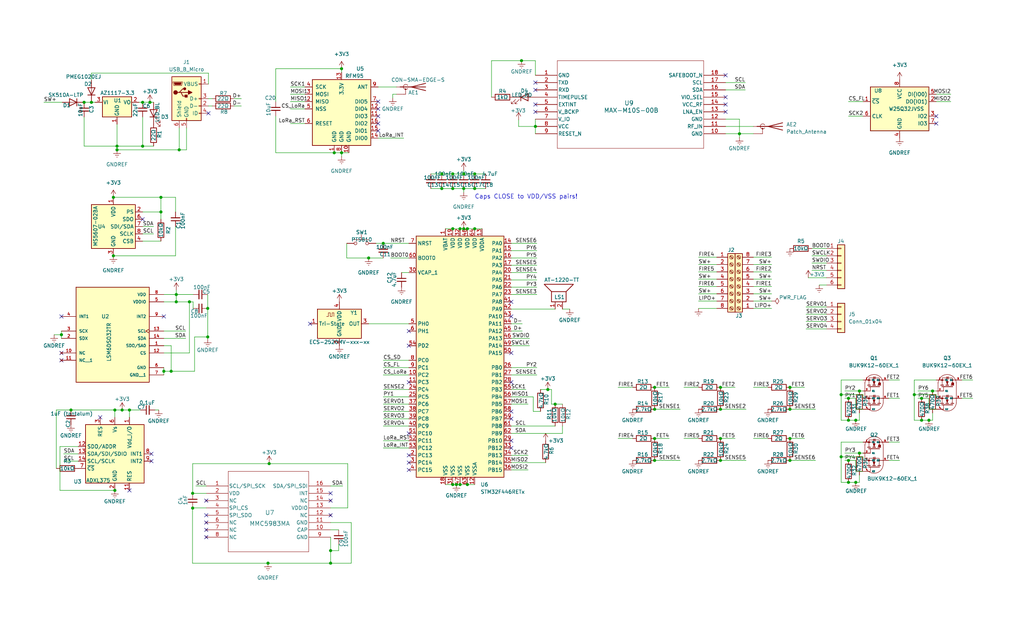
<source format=kicad_sch>
(kicad_sch (version 20230121) (generator eeschema)
  (paper "USLegal")
  (title_block (title "WINTER Avionics Computer") (date "2023-05-10") (rev "3") (company "SparrowTheNerd"))
  (junction (at 162.306 79.502))
  (junction (at 62.23 52.07))
  (junction (at 274.32 142.24))
  (junction (at 114.808 191.3636))
  (junction (at 250.19 160.02))
  (junction (at 29.21 35.56))
  (junction (at 133.096 84.582))
  (junction (at 24.638 142.494))
  (junction (at 294.64 167.64))
  (junction (at 227.33 160.02))
  (junction (at 39.878 142.494))
  (junction (at 317.5 137.16))
  (junction (at 274.32 160.02))
  (junction (at 294.64 138.43))
  (junction (at 93.472 161.1376))
  (junction (at 61.214 102.362))
  (junction (at 42.418 142.494))
  (junction (at 294.64 146.05))
  (junction (at 55.88 68.58))
  (junction (at 153.416 65.532))
  (junction (at 153.416 60.452))
  (junction (at 157.226 60.452))
  (junction (at 250.19 142.24))
  (junction (at 157.226 79.502))
  (junction (at 66.9036 176.5808))
  (junction (at 274.32 134.62))
  (junction (at 21.336 116.332))
  (junction (at 161.036 65.532))
  (junction (at 297.18 146.05))
  (junction (at 161.036 60.452))
  (junction (at 298.45 135.89))
  (junction (at 40.64 50.8))
  (junction (at 93.0656 195.7324))
  (junction (at 190.246 135.382))
  (junction (at 164.846 79.502))
  (junction (at 39.878 170.434))
  (junction (at 66.9036 171.45))
  (junction (at 227.33 152.4))
  (junction (at 292.1 137.16))
  (junction (at 250.19 134.62))
  (junction (at 250.19 152.4))
  (junction (at 118.618 53.086))
  (junction (at 227.33 134.62))
  (junction (at 116.078 53.086))
  (junction (at 159.766 79.502))
  (junction (at 49.53 50.8))
  (junction (at 157.226 65.532))
  (junction (at 61.214 104.902))
  (junction (at 294.64 160.02))
  (junction (at 158.496 168.402))
  (junction (at 320.04 146.05))
  (junction (at 31.75 35.56))
  (junction (at 297.18 167.64))
  (junction (at 39.37 68.58))
  (junction (at 55.88 73.66))
  (junction (at 118.618 23.876))
  (junction (at 59.436 129.032))
  (junction (at 44.958 142.494))
  (junction (at 164.846 65.532))
  (junction (at 65.786 104.902))
  (junction (at 114.808 195.7324))
  (junction (at 72.136 117.094))
  (junction (at 323.85 135.89))
  (junction (at 72.136 107.188))
  (junction (at 181.102 21.082))
  (junction (at 52.07 35.56))
  (junction (at 192.786 140.462))
  (junction (at 227.33 142.24))
  (junction (at 298.45 157.48))
  (junction (at 159.766 168.402))
  (junction (at 39.37 88.9))
  (junction (at 157.226 168.402))
  (junction (at 164.846 60.452))
  (junction (at 49.53 35.56))
  (junction (at 162.306 168.402))
  (junction (at 128.016 89.662))
  (junction (at 161.036 79.502))
  (junction (at 256.794 46.482))
  (junction (at 274.32 152.4))
  (junction (at 185.928 43.942))
  (junction (at 56.896 129.032))
  (junction (at 320.04 138.43))
  (junction (at 292.1 158.75))
  (junction (at 40.64 52.07))
  (junction (at 322.58 146.05))
  (no_connect (at 177.546 104.902))
  (no_connect (at 49.53 76.2))
  (no_connect (at 72.39 39.37))
  (no_connect (at 141.986 163.322))
  (no_connect (at 185.928 28.702))
  (no_connect (at 185.928 31.242))
  (no_connect (at 177.546 145.542))
  (no_connect (at 141.986 160.782))
  (no_connect (at 21.336 109.982))
  (no_connect (at 251.968 36.322))
  (no_connect (at 141.986 132.842))
  (no_connect (at 71.628 173.99))
  (no_connect (at 177.546 122.682))
  (no_connect (at 21.336 122.682))
  (no_connect (at 34.798 145.034))
  (no_connect (at 56.896 109.982))
  (no_connect (at 44.958 170.434))
  (no_connect (at 325.12 42.926))
  (no_connect (at 325.12 40.386))
  (no_connect (at 185.928 36.322))
  (no_connect (at 21.336 125.222))
  (no_connect (at 114.808 179.07))
  (no_connect (at 177.546 109.982))
  (no_connect (at 131.318 40.386))
  (no_connect (at 131.318 42.926))
  (no_connect (at 131.318 45.466))
  (no_connect (at 131.318 35.306))
  (no_connect (at 131.318 37.846))
  (no_connect (at 177.546 153.162))
  (no_connect (at 177.546 143.002))
  (no_connect (at 141.986 120.142))
  (no_connect (at 114.808 173.99))
  (no_connect (at 71.628 184.15))
  (no_connect (at 71.628 186.69))
  (no_connect (at 71.628 181.61))
  (no_connect (at 114.808 171.45))
  (no_connect (at 177.546 155.702))
  (no_connect (at 52.578 160.274))
  (no_connect (at 177.546 132.842))
  (no_connect (at 52.578 157.734))
  (no_connect (at 141.986 115.062))
  (no_connect (at 185.928 38.862))
  (no_connect (at 251.968 38.862))
  (no_connect (at 141.986 158.242))
  (no_connect (at 107.696 112.522))
  (no_connect (at 71.628 179.07))
  (no_connect (at 251.968 26.162))
  (no_connect (at 251.968 33.782))
  (no_connect (at 141.986 150.622))
  (wire (pts (xy 161.036 65.532) (xy 164.846 65.532)))
  (wire (pts (xy 177.546 92.202) (xy 186.436 92.202)))
  (wire (pts (xy 292.1 137.16) (xy 292.1 146.05)))
  (wire (pts (xy 261.62 94.488) (xy 267.97 94.488)))
  (wire (pts (xy 157.226 60.452) (xy 161.036 60.452)))
  (wire (pts (xy 279.908 109.22) (xy 287.02 109.22)))
  (wire (pts (xy 72.39 36.83) (xy 73.66 36.83)))
  (wire (pts (xy 227.33 160.02) (xy 236.22 160.02)))
  (wire (pts (xy 308.61 160.02) (xy 312.42 160.02)))
  (wire (pts (xy 39.37 68.58) (xy 55.88 68.58)))
  (wire (pts (xy 66.9036 176.53) (xy 66.9036 176.5808)))
  (wire (pts (xy 180.086 41.656) (xy 180.086 43.942)))
  (wire (pts (xy 250.19 142.24) (xy 259.08 142.24)))
  (wire (pts (xy 93.472 161.036) (xy 93.472 161.1376)))
  (wire (pts (xy 157.226 65.532) (xy 161.036 65.532)))
  (wire (pts (xy 154.686 79.502) (xy 157.226 79.502)))
  (wire (pts (xy 177.546 158.242) (xy 183.388 158.242)))
  (wire (pts (xy 56.896 127.762) (xy 56.896 129.032)))
  (wire (pts (xy 214.63 134.62) (xy 219.71 134.62)))
  (wire (pts (xy 293.37 135.89) (xy 298.45 135.89)))
  (wire (pts (xy 21.336 116.332) (xy 21.336 117.602)))
  (wire (pts (xy 128.016 112.522) (xy 141.986 112.522)))
  (wire (pts (xy 133.096 155.702) (xy 141.986 155.702)))
  (wire (pts (xy 93.0656 195.7324) (xy 66.8528 195.7324)))
  (wire (pts (xy 157.226 79.502) (xy 159.766 79.502)))
  (wire (pts (xy 298.45 157.48) (xy 299.72 157.48)))
  (wire (pts (xy 187.706 135.382) (xy 190.246 135.382)))
  (wire (pts (xy 72.39 34.29) (xy 73.66 34.29)))
  (wire (pts (xy 133.096 140.462) (xy 141.986 140.462)))
  (wire (pts (xy 181.102 21.082) (xy 170.688 21.082)))
  (wire (pts (xy 227.33 134.62) (xy 232.41 134.62)))
  (wire (pts (xy 256.794 47.752) (xy 256.794 46.482)))
  (wire (pts (xy 261.62 99.568) (xy 267.97 99.568)))
  (wire (pts (xy 191.516 140.462) (xy 191.516 135.382)))
  (wire (pts (xy 177.546 140.462) (xy 183.388 140.462)))
  (wire (pts (xy 298.45 135.89) (xy 299.72 135.89)))
  (wire (pts (xy 61.214 104.902) (xy 65.786 104.902)))
  (wire (pts (xy 59.436 129.032) (xy 56.896 129.032)))
  (wire (pts (xy 44.958 142.494) (xy 48.768 142.494)))
  (wire (pts (xy 308.61 138.43) (xy 312.42 138.43)))
  (wire (pts (xy 59.436 120.142) (xy 59.436 129.032)))
  (wire (pts (xy 20.828 170.434) (xy 39.878 170.434)))
  (wire (pts (xy 294.64 40.386) (xy 299.72 40.386)))
  (wire (pts (xy 292.1 153.67) (xy 292.1 158.75)))
  (wire (pts (xy 55.118 142.494) (xy 53.848 142.494)))
  (wire (pts (xy 185.928 41.402) (xy 185.928 43.942)))
  (wire (pts (xy 114.808 168.91) (xy 119.0244 168.91)))
  (wire (pts (xy 299.72 160.02) (xy 299.72 158.75)))
  (wire (pts (xy 177.546 160.782) (xy 189.484 160.782)))
  (wire (pts (xy 95.758 53.086) (xy 116.078 53.086)))
  (wire (pts (xy 21.336 115.062) (xy 21.336 116.332)))
  (wire (pts (xy 159.766 79.502) (xy 161.036 79.502)))
  (wire (pts (xy 133.096 127.762) (xy 141.986 127.762)))
  (wire (pts (xy 95.758 40.386) (xy 95.758 53.086)))
  (wire (pts (xy 161.036 60.452) (xy 164.846 60.452)))
  (wire (pts (xy 114.808 195.7324) (xy 93.0656 195.7324)))
  (wire (pts (xy 256.794 46.482) (xy 261.62 46.482)))
  (wire (pts (xy 44.958 142.494) (xy 42.418 142.494)))
  (wire (pts (xy 261.62 104.648) (xy 267.97 104.648)))
  (wire (pts (xy 299.72 158.75) (xy 292.1 158.75)))
  (wire (pts (xy 56.896 122.682) (xy 65.786 122.682)))
  (wire (pts (xy 133.096 148.082) (xy 141.986 148.082)))
  (wire (pts (xy 139.446 94.742) (xy 141.986 94.742)))
  (wire (pts (xy 325.12 137.16) (xy 317.5 137.16)))
  (wire (pts (xy 177.546 148.082) (xy 192.786 148.082)))
  (wire (pts (xy 22.098 157.734) (xy 27.178 157.734)))
  (wire (pts (xy 185.166 143.002) (xy 185.166 137.922)))
  (wire (pts (xy 114.808 184.15) (xy 117.602 184.15)))
  (wire (pts (xy 31.75 35.56) (xy 33.02 35.56)))
  (wire (pts (xy 261.62 91.948) (xy 267.97 91.948)))
  (wire (pts (xy 322.58 142.24) (xy 322.58 138.43)))
  (wire (pts (xy 281.94 86.36) (xy 287.02 86.36)))
  (wire (pts (xy 294.64 146.05) (xy 297.18 146.05)))
  (wire (pts (xy 318.77 138.43) (xy 320.04 138.43)))
  (wire (pts (xy 308.61 132.08) (xy 312.42 132.08)))
  (wire (pts (xy 279.908 106.68) (xy 287.02 106.68)))
  (wire (pts (xy 133.096 84.582) (xy 141.986 84.582)))
  (wire (pts (xy 261.62 134.62) (xy 266.7 134.62)))
  (wire (pts (xy 49.53 83.82) (xy 55.88 83.82)))
  (wire (pts (xy 114.808 181.61) (xy 121.9708 181.61)))
  (wire (pts (xy 67.056 104.902) (xy 67.056 107.188)))
  (wire (pts (xy 299.72 138.43) (xy 299.72 137.16)))
  (wire (pts (xy 299.72 142.24) (xy 297.18 142.24)))
  (wire (pts (xy 60.96 88.9) (xy 39.37 88.9)))
  (wire (pts (xy 299.72 153.67) (xy 292.1 153.67)))
  (wire (pts (xy 120.7516 176.53) (xy 114.808 176.53)))
  (wire (pts (xy 114.808 191.3636) (xy 114.808 195.7324)))
  (wire (pts (xy 187.706 143.002) (xy 185.166 143.002)))
  (wire (pts (xy 292.1 132.08) (xy 292.1 137.16)))
  (wire (pts (xy 261.62 102.108) (xy 267.97 102.108)))
  (wire (pts (xy 274.32 134.62) (xy 279.4 134.62)))
  (wire (pts (xy 274.32 142.24) (xy 283.21 142.24)))
  (wire (pts (xy 66.8528 176.4792) (xy 67.056 176.4792)))
  (wire (pts (xy 131.318 48.006) (xy 140.208 48.006)))
  (wire (pts (xy 308.61 153.67) (xy 312.42 153.67)))
  (wire (pts (xy 133.096 153.162) (xy 141.986 153.162)))
  (wire (pts (xy 242.57 99.568) (xy 248.92 99.568)))
  (wire (pts (xy 68.0063 168.9086) (xy 71.628 168.91)))
  (wire (pts (xy 62.23 52.07) (xy 64.77 52.07)))
  (wire (pts (xy 242.57 94.488) (xy 248.92 94.488)))
  (wire (pts (xy 29.21 35.56) (xy 31.75 35.56)))
  (wire (pts (xy 72.136 117.094) (xy 72.136 117.856)))
  (wire (pts (xy 40.64 50.8) (xy 40.64 52.07)))
  (wire (pts (xy 137.668 32.766) (xy 136.398 32.766)))
  (wire (pts (xy 294.64 160.02) (xy 297.18 160.02)))
  (wire (pts (xy 67.564 117.094) (xy 72.136 117.094)))
  (wire (pts (xy 39.878 145.034) (xy 39.878 142.494)))
  (wire (pts (xy 60.96 68.58) (xy 55.88 68.58)))
  (wire (pts (xy 318.77 135.89) (xy 323.85 135.89)))
  (wire (pts (xy 177.546 84.582) (xy 186.436 84.582)))
  (wire (pts (xy 334.01 138.43) (xy 337.82 138.43)))
  (wire (pts (xy 177.546 97.282) (xy 186.436 97.282)))
  (wire (pts (xy 177.546 112.522) (xy 181.356 112.522)))
  (wire (pts (xy 261.62 89.408) (xy 267.97 89.408)))
  (wire (pts (xy 31.75 25.4) (xy 31.75 27.94)))
  (wire (pts (xy 242.57 104.648) (xy 248.92 104.648)))
  (wire (pts (xy 56.896 104.902) (xy 61.214 104.902)))
  (wire (pts (xy 251.968 43.942) (xy 261.62 43.942)))
  (wire (pts (xy 133.096 125.222) (xy 141.986 125.222)))
  (wire (pts (xy 325.12 35.306) (xy 330.2 35.306)))
  (wire (pts (xy 261.62 97.028) (xy 267.97 97.028)))
  (wire (pts (xy 39.878 142.494) (xy 24.638 142.494)))
  (wire (pts (xy 49.53 81.28) (xy 53.34 81.28)))
  (wire (pts (xy 55.88 76.2) (xy 55.88 73.66)))
  (wire (pts (xy 149.606 65.532) (xy 153.416 65.532)))
  (wire (pts (xy 293.37 160.02) (xy 294.64 160.02)))
  (wire (pts (xy 49.53 40.64) (xy 49.53 50.8)))
  (wire (pts (xy 292.1 158.75) (xy 292.1 167.64)))
  (wire (pts (xy 66.9036 171.45) (xy 66.9036 171.5008)))
  (wire (pts (xy 72.136 102.362) (xy 72.136 107.188)))
  (wire (pts (xy 292.1 167.64) (xy 294.64 167.64)))
  (wire (pts (xy 48.26 35.56) (xy 49.53 35.56)))
  (wire (pts (xy 177.546 94.742) (xy 186.436 94.742)))
  (wire (pts (xy 114.808 186.69) (xy 114.808 191.3636)))
  (wire (pts (xy 181.102 21.082) (xy 185.928 21.082)))
  (wire (pts (xy 22.098 160.274) (xy 27.178 160.274)))
  (wire (pts (xy 177.546 102.362) (xy 186.436 102.362)))
  (wire (pts (xy 177.546 163.322) (xy 183.388 163.322)))
  (wire (pts (xy 159.766 168.402) (xy 162.306 168.402)))
  (wire (pts (xy 279.908 111.76) (xy 287.02 111.76)))
  (wire (pts (xy 118.618 54.356) (xy 118.618 53.086)))
  (wire (pts (xy 72.39 29.21) (xy 72.39 25.4)))
  (wire (pts (xy 294.64 138.43) (xy 297.18 138.43)))
  (wire (pts (xy 67.564 129.032) (xy 67.564 117.094)))
  (wire (pts (xy 100.838 37.846) (xy 105.918 37.846)))
  (wire (pts (xy 177.546 150.622) (xy 195.326 150.622)))
  (wire (pts (xy 284.48 99.06) (xy 287.02 99.06)))
  (wire (pts (xy 60.96 78.74) (xy 60.96 88.9)))
  (wire (pts (xy 294.64 35.306) (xy 299.72 35.306)))
  (wire (pts (xy 274.32 160.02) (xy 283.21 160.02)))
  (wire (pts (xy 153.416 60.452) (xy 157.226 60.452)))
  (wire (pts (xy 117.602 191.3636) (xy 114.808 191.3636)))
  (wire (pts (xy 177.546 99.822) (xy 186.436 99.822)))
  (wire (pts (xy 62.23 52.07) (xy 62.23 44.45)))
  (wire (pts (xy 66.9036 171.45) (xy 66.9036 161.1376)))
  (wire (pts (xy 242.57 107.188) (xy 248.92 107.188)))
  (wire (pts (xy 120.7516 161.1376) (xy 120.7516 176.53)))
  (wire (pts (xy 320.04 146.05) (xy 322.58 146.05)))
  (wire (pts (xy 56.896 129.032) (xy 56.896 130.302)))
  (wire (pts (xy 195.326 148.082) (xy 195.326 150.622)))
  (wire (pts (xy 66.9036 161.1376) (xy 93.472 161.1376)))
  (wire (pts (xy 250.19 152.4) (xy 255.27 152.4)))
  (wire (pts (xy 177.546 89.662) (xy 186.436 89.662)))
  (wire (pts (xy 294.64 167.64) (xy 297.18 167.64)))
  (wire (pts (xy 297.18 163.83) (xy 297.18 160.02)))
  (wire (pts (xy 65.786 122.682) (xy 65.786 104.902)))
  (wire (pts (xy 161.036 65.532) (xy 161.036 66.802)))
  (wire (pts (xy 281.94 91.44) (xy 287.02 91.44)))
  (wire (pts (xy 317.5 132.08) (xy 317.5 137.16)))
  (wire (pts (xy 29.21 40.64) (xy 29.21 50.8)))
  (wire (pts (xy 293.37 157.48) (xy 298.45 157.48)))
  (wire (pts (xy 251.968 28.702) (xy 258.826 28.702)))
  (wire (pts (xy 15.24 35.56) (xy 21.59 35.56)))
  (wire (pts (xy 18.796 116.332) (xy 21.336 116.332)))
  (wire (pts (xy 59.436 129.032) (xy 67.564 129.032)))
  (wire (pts (xy 261.62 152.4) (xy 266.7 152.4)))
  (wire (pts (xy 242.57 91.948) (xy 248.92 91.948)))
  (wire (pts (xy 56.896 102.362) (xy 61.214 102.362)))
  (wire (pts (xy 67.056 176.5808) (xy 66.9036 176.5808)))
  (wire (pts (xy 19.558 142.494) (xy 19.558 162.814)))
  (wire (pts (xy 162.306 79.502) (xy 164.846 79.502)))
  (wire (pts (xy 61.214 100.838) (xy 61.214 102.362)))
  (wire (pts (xy 67.056 176.4792) (xy 67.056 176.5808)))
  (wire (pts (xy 121.9708 195.7324) (xy 114.808 195.7324)))
  (wire (pts (xy 81.28 36.83) (xy 83.82 36.83)))
  (wire (pts (xy 116.078 53.086) (xy 118.618 53.086)))
  (wire (pts (xy 298.45 165.1) (xy 298.45 167.64)))
  (wire (pts (xy 334.01 132.08) (xy 337.82 132.08)))
  (wire (pts (xy 227.33 152.4) (xy 232.41 152.4)))
  (wire (pts (xy 185.928 43.942) (xy 180.086 43.942)))
  (wire (pts (xy 56.896 120.142) (xy 59.436 120.142)))
  (wire (pts (xy 133.096 145.542) (xy 141.986 145.542)))
  (wire (pts (xy 280.67 96.52) (xy 287.02 96.52)))
  (wire (pts (xy 185.928 26.162) (xy 185.928 21.082)))
  (wire (pts (xy 100.838 32.766) (xy 105.918 32.766)))
  (wire (pts (xy 131.318 30.226) (xy 137.668 30.226)))
  (wire (pts (xy 118.618 23.876) (xy 118.618 25.146)))
  (wire (pts (xy 281.94 88.9) (xy 287.02 88.9)))
  (wire (pts (xy 157.226 168.402) (xy 158.496 168.402)))
  (wire (pts (xy 44.958 145.034) (xy 44.958 142.494)))
  (wire (pts (xy 162.306 168.402) (xy 164.846 168.402)))
  (wire (pts (xy 299.72 132.08) (xy 292.1 132.08)))
  (wire (pts (xy 322.58 146.05) (xy 323.85 146.05)))
  (wire (pts (xy 153.416 65.532) (xy 157.226 65.532)))
  (wire (pts (xy 237.49 134.62) (xy 242.57 134.62)))
  (wire (pts (xy 323.85 143.51) (xy 323.85 146.05)))
  (wire (pts (xy 227.33 142.24) (xy 236.22 142.24)))
  (wire (pts (xy 100.838 35.306) (xy 105.918 35.306)))
  (wire (pts (xy 323.85 135.89) (xy 325.12 135.89)))
  (wire (pts (xy 120.396 89.662) (xy 128.016 89.662)))
  (wire (pts (xy 297.18 167.64) (xy 298.45 167.64)))
  (wire (pts (xy 141.986 137.922) (xy 133.096 137.922)))
  (wire (pts (xy 299.72 137.16) (xy 292.1 137.16)))
  (wire (pts (xy 177.546 117.602) (xy 183.896 117.602)))
  (wire (pts (xy 293.37 138.43) (xy 294.64 138.43)))
  (wire (pts (xy 135.636 89.662) (xy 141.986 89.662)))
  (wire (pts (xy 279.908 114.3) (xy 287.02 114.3)))
  (wire (pts (xy 64.77 52.07) (xy 64.77 44.45)))
  (wire (pts (xy 130.556 84.582) (xy 133.096 84.582)))
  (wire (pts (xy 192.786 140.462) (xy 191.516 140.462)))
  (wire (pts (xy 117.602 189.23) (xy 117.602 191.3636)))
  (wire (pts (xy 95.758 35.306) (xy 95.758 23.876)))
  (wire (pts (xy 49.53 78.74) (xy 53.34 78.74)))
  (wire (pts (xy 177.546 137.922) (xy 185.166 137.922)))
  (wire (pts (xy 154.686 168.402) (xy 157.226 168.402)))
  (wire (pts (xy 71.628 176.53) (xy 66.9036 176.53)))
  (wire (pts (xy 242.57 89.408) (xy 248.92 89.408)))
  (wire (pts (xy 170.688 21.082) (xy 170.688 33.782)))
  (wire (pts (xy 177.546 130.302) (xy 186.436 130.302)))
  (wire (pts (xy 250.19 160.02) (xy 259.08 160.02)))
  (wire (pts (xy 299.72 163.83) (xy 297.18 163.83)))
  (wire (pts (xy 256.794 41.402) (xy 256.794 46.482)))
  (wire (pts (xy 27.178 155.194) (xy 20.828 155.194)))
  (wire (pts (xy 100.838 42.926) (xy 105.918 42.926)))
  (wire (pts (xy 161.036 79.502) (xy 162.306 79.502)))
  (wire (pts (xy 133.096 130.302) (xy 141.986 130.302)))
  (wire (pts (xy 185.928 43.942) (xy 185.928 46.482)))
  (wire (pts (xy 141.986 135.382) (xy 133.096 135.382)))
  (wire (pts (xy 250.19 134.62) (xy 255.27 134.62)))
  (wire (pts (xy 29.21 50.8) (xy 40.64 50.8)))
  (wire (pts (xy 40.64 50.8) (xy 40.64 43.18)))
  (wire (pts (xy 128.016 89.662) (xy 133.096 89.662)))
  (wire (pts (xy 40.64 50.8) (xy 49.53 50.8)))
  (wire (pts (xy 133.096 143.002) (xy 141.986 143.002)))
  (wire (pts (xy 297.18 146.05) (xy 298.45 146.05)))
  (wire (pts (xy 136.398 32.766) (xy 136.398 34.036)))
  (wire (pts (xy 149.606 60.452) (xy 153.416 60.452)))
  (wire (pts (xy 81.28 34.29) (xy 83.82 34.29)))
  (wire (pts (xy 49.53 35.56) (xy 52.07 35.56)))
  (wire (pts (xy 61.214 102.362) (xy 61.214 104.902)))
  (wire (pts (xy 177.546 135.382) (xy 182.626 135.382)))
  (wire (pts (xy 120.396 84.582) (xy 120.396 89.662)))
  (wire (pts (xy 95.758 23.876) (xy 118.618 23.876)))
  (wire (pts (xy 66.8528 195.7324) (xy 66.8528 176.4792)))
  (wire (pts (xy 177.546 115.062) (xy 181.356 115.062)))
  (wire (pts (xy 195.326 140.462) (xy 192.786 140.462)))
  (wire (pts (xy 242.57 97.028) (xy 248.92 97.028)))
  (wire (pts (xy 56.896 117.602) (xy 64.516 117.602)))
  (wire (pts (xy 274.32 152.4) (xy 279.4 152.4)))
  (wire (pts (xy 317.5 137.16) (xy 317.5 146.05)))
  (wire (pts (xy 72.136 107.188) (xy 72.136 117.094)))
  (wire (pts (xy 24.638 142.494) (xy 19.558 142.494)))
  (wire (pts (xy 325.12 132.08) (xy 317.5 132.08)))
  (wire (pts (xy 65.786 104.902) (xy 67.056 104.902)))
  (wire (pts (xy 164.846 79.502) (xy 167.386 79.502)))
  (wire (pts (xy 164.846 65.532) (xy 168.656 65.532)))
  (wire (pts (xy 177.546 87.122) (xy 186.436 87.122)))
  (wire (pts (xy 20.828 155.194) (xy 20.828 170.434)))
  (wire (pts (xy 251.968 46.482) (xy 256.794 46.482)))
  (wire (pts (xy 121.9708 181.61) (xy 121.9708 195.7324)))
  (wire (pts (xy 191.516 135.382) (xy 190.246 135.382)))
  (wire (pts (xy 261.62 107.188) (xy 267.97 107.188)))
  (wire (pts (xy 55.88 68.58) (xy 55.88 73.66)))
  (wire (pts (xy 298.45 143.51) (xy 298.45 146.05)))
  (wire (pts (xy 55.88 73.66) (xy 49.53 73.66)))
  (wire (pts (xy 71.628 171.45) (xy 66.9036 171.45)))
  (wire (pts (xy 251.968 31.242) (xy 258.826 31.242)))
  (wire (pts (xy 237.49 152.4) (xy 242.57 152.4)))
  (wire (pts (xy 52.07 35.56) (xy 53.34 35.56)))
  (wire (pts (xy 325.12 32.766) (xy 330.2 32.766)))
  (wire (pts (xy 61.214 102.362) (xy 67.056 102.362)))
  (wire (pts (xy 320.04 138.43) (xy 322.58 138.43)))
  (wire (pts (xy 242.57 102.108) (xy 248.92 102.108)))
  (wire (pts (xy 325.12 138.43) (xy 325.12 137.16)))
  (wire (pts (xy 281.94 93.98) (xy 287.02 93.98)))
  (wire (pts (xy 158.496 168.402) (xy 159.766 168.402)))
  (wire (pts (xy 177.546 120.142) (xy 183.896 120.142)))
  (wire (pts (xy 72.39 25.4) (xy 31.75 25.4)))
  (wire (pts (xy 317.5 146.05) (xy 320.04 146.05)))
  (wire (pts (xy 297.18 142.24) (xy 297.18 138.43)))
  (wire (pts (xy 49.53 50.8) (xy 53.34 50.8)))
  (wire (pts (xy 177.546 127.762) (xy 186.436 127.762)))
  (wire (pts (xy 56.896 115.062) (xy 64.516 115.062)))
  (wire (pts (xy 192.786 107.442) (xy 177.546 107.442)))
  (wire (pts (xy 292.1 146.05) (xy 294.64 146.05)))
  (wire (pts (xy 251.968 41.402) (xy 256.794 41.402)))
  (wire (pts (xy 214.63 152.4) (xy 219.71 152.4)))
  (wire (pts (xy 60.96 73.66) (xy 60.96 68.58)))
  (wire (pts (xy 161.036 59.182) (xy 161.036 60.452)))
  (wire (pts (xy 164.846 60.452) (xy 168.656 60.452)))
  (wire (pts (xy 325.12 142.24) (xy 322.58 142.24)))
  (wire (pts (xy 100.838 30.226) (xy 105.918 30.226)))
  (wire (pts (xy 197.866 107.442) (xy 195.326 107.442)))
  (wire (pts (xy 93.472 161.1376) (xy 120.7516 161.1376)))
  (wire (pts (xy 40.64 52.07) (xy 62.23 52.07)))
  (wire (pts (xy 42.418 142.494) (xy 39.878 142.494)))
  (wire (pts (xy 118.618 53.086) (xy 121.158 53.086)))
  (text "Caps CLOSE to VDD/VSS pairs!" (at 164.846 69.342 0) (effects (font (size 1.5 1.5)) (justify left bottom)))
  (label "MISO2" (at 183.388 160.782 180))
  (label "MOSI2" (at 330.2 32.766 180))
  (label "MOSI1" (at 100.838 32.766 0))
  (label "SW+" (at 267.97 104.648 180))
  (label "FET6" (at 337.82 132.08 180))
  (label "FET4" (at 312.42 160.02 180))
  (label "MISO2" (at 330.2 35.306 180))
  (label "SERVO1" (at 133.096 140.462 0))
  (label "FET3" (at 312.42 153.67 180))
  (label "SCL" (at 53.34 81.28 180))
  (label "SCL" (at 22.098 160.274 0))
  (label "MOSI2" (at 183.388 163.322 180))
  (label "SCK1" (at 100.838 30.226 0))
  (label "PY6" (at 186.436 87.122 180))
  (label "FIRE6" (at 242.57 99.568 0))
  (label "FET5" (at 255.27 152.4 180))
  (label "D+" (at 181.356 115.062 180))
  (label "LoRa_RST" (at 133.096 153.162 0))
  (label "SWDIO" (at 281.94 91.44 0))
  (label "CS_FL" (at 294.64 35.306 0))
  (label "SCL" (at 182.626 148.082 180))
  (label "SCL" (at 258.826 28.702 180))
  (label "MISO1" (at 100.838 35.306 0))
  (label "SW+" (at 15.24 35.56 0))
  (label "SERVO3" (at 279.908 111.76 0))
  (label "SW+" (at 267.97 102.108 180))
  (label "SCK2" (at 183.388 158.242 180))
  (label "SENSE1" (at 186.436 130.302 180))
  (label "D+" (at 83.82 34.29 180))
  (label "SENSE6" (at 283.21 160.02 180))
  (label "PY3" (at 186.436 99.822 180))
  (label "CS_LoRa" (at 133.096 130.302 0))
  (label "SCK1" (at 182.626 135.382 180))
  (label "SDA" (at 53.34 78.74 180))
  (label "SENSE2" (at 133.096 135.382 0))
  (label "SDA" (at 258.826 31.242 180))
  (label "PY1" (at 133.096 137.922 0))
  (label "SERVO4" (at 279.908 114.3 0))
  (label "PY6" (at 318.77 135.89 0))
  (label "LIPO+" (at 267.97 107.188 180))
  (label "FET1" (at 232.41 134.62 180))
  (label "SCL" (at 68.0063 168.9086 0))
  (label "FET1" (at 312.42 138.43 180))
  (label "FIRE6" (at 261.62 152.4 0))
  (label "SW+" (at 267.97 97.028 180))
  (label "SERVO2" (at 279.908 109.22 0))
  (label "SENSE6" (at 186.436 84.582 180))
  (label "SENSE5" (at 259.08 160.02 180))
  (label "MOSI1" (at 183.388 140.462 180))
  (label "PY1" (at 293.37 138.43 0))
  (label "SW+" (at 267.97 91.948 180))
  (label "FIRE5" (at 237.49 152.4 0))
  (label "SWCLK" (at 281.94 88.9 0))
  (label "FET2" (at 312.42 132.08 180))
  (label "BOOT0" (at 281.94 86.36 0))
  (label "FIRE3" (at 261.62 134.62 0))
  (label "LoRa_INT" (at 140.208 48.006 180))
  (label "SWDIO" (at 183.896 117.602 180))
  (label "BOOT0" (at 135.636 89.662 0))
  (label "FIRE1" (at 214.63 134.62 0))
  (label "SERVO3" (at 133.096 145.542 0))
  (label "PY2" (at 293.37 135.89 0))
  (label "PY2" (at 186.436 127.762 180))
  (label "NRST" (at 281.94 93.98 0))
  (label "FET4" (at 232.41 152.4 180))
  (label "SDA" (at 64.516 117.602 180))
  (label "SDA" (at 119.0244 168.91 180))
  (label "CS_FL" (at 133.096 127.762 0))
  (label "PY5" (at 318.77 138.43 0))
  (label "SENSE4" (at 186.436 94.742 180))
  (label "PY4" (at 293.37 160.02 0))
  (label "SCL" (at 64.516 115.062 180))
  (label "LIPO+" (at 242.57 104.648 0))
  (label "FIRE4" (at 242.57 89.408 0))
  (label "FIRE2" (at 237.49 134.62 0))
  (label "FIRE3" (at 267.97 89.408 180))
  (label "SENSE4" (at 236.22 160.02 180))
  (label "SERVO4" (at 133.096 148.082 0))
  (label "FET5" (at 337.82 138.43 180))
  (label "FET6" (at 279.4 152.4 180))
  (label "PY5" (at 186.436 89.662 180))
  (label "D-" (at 181.356 112.522 180))
  (label "SENSE3" (at 283.21 142.24 180))
  (label "SDA" (at 182.626 150.622 180))
  (label "FIRE2" (at 267.97 94.488 180))
  (label "SERVO1" (at 279.908 106.68 0))
  (label "SW+" (at 242.57 97.028 0))
  (label "CS_LoRa" (at 105.918 37.846 180))
  (label "SERVO2" (at 133.096 143.002 0))
  (label "SW+" (at 242.57 102.108 0))
  (label "LoRa_RST" (at 105.918 42.926 180))
  (label "SW+" (at 242.57 91.948 0))
  (label "SCK2" (at 294.64 40.386 0))
  (label "SWCLK" (at 183.896 120.142 180))
  (label "CS_SD" (at 133.096 125.222 0))
  (label "LoRa_INT" (at 133.096 155.702 0))
  (label "FET2" (at 255.27 134.62 180))
  (label "SENSE1" (at 236.22 142.24 180))
  (label "SENSE5" (at 186.436 92.202 180))
  (label "MISO1" (at 183.642 137.922 180))
  (label "FIRE4" (at 214.63 152.4 0))
  (label "SENSE2" (at 259.08 142.24 180))
  (label "PY3" (at 293.37 157.48 0))
  (label "FET3" (at 279.4 134.62 180))
  (label "PY4" (at 186.436 97.282 180))
  (label "FIRE5" (at 242.57 94.488 0))
  (label "SENSE3" (at 186.436 102.362 180))
  (label "NRST" (at 135.636 84.582 0))
  (label "SDA" (at 22.098 157.734 0))
  (label "D-" (at 83.82 36.83 180))
  (label "FIRE1" (at 267.97 99.568 180))
  (symbol (lib_id "Device:R") (at 246.38 134.62 270) (unit 1)
    (property "Reference" "R19" (at 246.0498 132.5706 90))
    (property "Value" "2Ω" (at 246.2842 134.6334 90))
    (property "Footprint" "Resistor_SMD:R_0603_1608Metric" (effects hide))
  )
  (symbol (lib_id "rev3_components:MMC5983MA") (at 71.628 168.91 0) (unit 1)
    (property "Reference" "U7" (at 93.6752 178.1556 0) (effects (font (size 1.524 1.524))))
    (property "Value" "MMC5983MA" (at 93.6752 181.9656 0) (effects (font (size 1.524 1.524))))
    (property "Footprint" "rev3footprints:MMC5983MA_MEM" (effects hide))
    (property "Datasheet" "MMC5983MA" (effects hide))
  )
  (symbol (lib_id "Memory_Flash:W25Q32JVSS") (at 312.42 37.846 0) (unit 1)
    (property "Reference" "U8" (at 303.53 31.496 0) (effects (justify left)))
    (property "Value" "W25Q32JVSS" (at 308.61 37.846 0) (effects (justify left)))
    (property "Footprint" "Package_SO:SOIC-8_5.23x5.23mm_P1.27mm" (effects hide))
    (property "Datasheet" "http://www.winbond.com/resource-files/w25q32jv%20revg%2003272018%20plus.pdf" (effects hide))
  )
  (symbol (lib_id "Device:R") (at 246.38 152.4 270) (unit 1)
    (property "Reference" "R21" (at 246.0498 150.3506 90))
    (property "Value" "2Ω" (at 246.2842 152.4134 90))
    (property "Footprint" "Resistor_SMD:R_0603_1608Metric" (effects hide))
  )
  (symbol (lib_id "power:GNDREF") (at 158.496 168.402 0) (unit 1)
    (property "Reference" "#PWR022" (effects hide))
    (property "Value" "GNDREF" (at 158.496 172.212 0))
  )
  (symbol (lib_id "power:+3.3V") (at 52.07 35.56 0) (unit 1)
    (property "Reference" "#PWR011" (effects hide))
    (property "Value" "+3.3V" (at 52.07 31.75 0))
  )
  (symbol (lib_id "Device:C_Small") (at 168.656 62.992 0) (unit 1)
    (property "Reference" "C18" (at 167.386 64.262 0) (effects (justify left)))
    (property "Value" "4.7uF" (at 167.386 60.452 0) (effects (justify left)))
    (property "Footprint" "Capacitor_SMD:C_0603_1608Metric" (effects hide))
  )
  (symbol (lib_id "power:+3.3V") (at 118.618 23.876 0) (unit 1)
    (property "Reference" "#PWR018" (effects hide))
    (property "Value" "+3.3V" (at 118.618 18.796 0))
  )
  (symbol (lib_id "Device:R") (at 223.52 152.4 270) (unit 1)
    (property "Reference" "R15" (at 223.1898 150.3506 90))
    (property "Value" "2Ω" (at 223.4242 152.4134 90))
    (property "Footprint" "Resistor_SMD:R_0603_1608Metric" (effects hide))
  )
  (symbol (lib_id "Device:C_Small") (at 24.638 145.034 180) (unit 1)
    (property "Reference" "C2" (at 23.6519 145.9467 90) (effects (justify left)))
    (property "Value" "1uF (tantalum)" (at 32.258 143.764 0) (effects (justify left)))
    (property "Footprint" "Capacitor_SMD:C_0603_1608Metric" (effects hide))
  )
  (symbol (lib_id "Device:R") (at 55.88 80.01 180) (unit 1)
    (property "Reference" "R2" (at 58.42 80.01 90))
    (property "Value" "10kΩ" (at 55.88 80.01 90))
    (property "Footprint" "Resistor_SMD:R_0603_1608Metric" (effects hide))
  )
  (symbol (lib_id "Device:R") (at 77.47 36.83 90) (unit 1)
    (property "Reference" "R8" (at 77.8002 38.8794 90))
    (property "Value" "22Ω" (at 77.47 36.83 90))
    (property "Footprint" "Resistor_SMD:R_0603_1608Metric" (effects hide))
  )
  (symbol (lib_id "Device:C_Small") (at 153.416 62.992 0) (unit 1)
    (property "Reference" "C14" (at 152.146 64.262 0) (effects (justify left)))
    (property "Value" "100nF" (at 150.876 60.452 0) (effects (justify left)))
    (property "Footprint" "Capacitor_SMD:C_0603_1608Metric" (effects hide))
  )
  (symbol (lib_id "Device:R") (at 274.32 156.21 180) (unit 1)
    (property "Reference" "R30" (at 276.3694 155.8798 90))
    (property "Value" "10kΩ" (at 274.574 156.21 90))
    (property "Footprint" "Resistor_SMD:R_0603_1608Metric" (effects hide))
  )
  (symbol (lib_id "Device:R") (at 192.786 144.272 0) (mirror x) (unit 1)
    (property "Reference" "R11" (at 190.7366 143.9418 90))
    (property "Value" "10kΩ" (at 192.532 144.272 90))
    (property "Footprint" "Resistor_SMD:R_0603_1608Metric" (effects hide))
  )
  (symbol (lib_id "power:GNDREF") (at 284.48 99.06 0) (unit 1)
    (property "Reference" "#PWR040" (effects hide))
    (property "Value" "GNDREF" (effects hide))
  )
  (symbol (lib_id "power:GNDREF") (at 39.37 88.9 0) (unit 1)
    (property "Reference" "#PWR05" (effects hide))
    (property "Value" "GNDREF" (at 39.37 93.98 0))
  )
  (symbol (lib_id "Device:C_Small") (at 60.96 76.2 180) (unit 1)
    (property "Reference" "C1" (at 61.9596 76.8722 90) (effects (justify left)))
    (property "Value" "100nF" (at 63.5 73.66 90) (effects (justify left)))
    (property "Footprint" "Capacitor_SMD:C_0603_1608Metric" (effects hide))
  )
  (symbol (lib_id "Device:C_Small") (at 51.308 142.494 90) (unit 1)
    (property "Reference" "C7" (at 50.3953 141.5079 90) (effects (justify left)))
    (property "Value" "0.1uF" (at 53.848 139.954 90) (effects (justify left)))
    (property "Footprint" "Capacitor_SMD:C_0603_1608Metric" (effects hide))
  )
  (symbol (lib_id "Device:C_Small") (at 69.596 102.362 270) (unit 1)
    (property "Reference" "C5" (at 70.2682 101.3624 90) (effects (justify left)))
    (property "Value" "100nF" (at 67.056 99.822 90) (effects (justify left)))
    (property "Footprint" "Capacitor_SMD:C_0603_1608Metric" (effects hide))
  )
  (symbol (lib_id "power:+3.3V") (at 189.484 153.162 0) (unit 1)
    (property "Reference" "#PWR043" (effects hide))
    (property "Value" "+3.3V" (at 193.04 153.162 0))
  )
  (symbol (lib_id "Device:R") (at 246.38 142.24 270) (unit 1)
    (property "Reference" "R20" (at 246.0498 140.1906 90))
    (property "Value" "2.7kΩ" (at 246.3268 142.2824 90))
    (property "Footprint" "Resistor_SMD:R_0603_1608Metric" (effects hide))
  )
  (symbol (lib_id "power:+3.3V") (at 61.214 100.838 0) (unit 1)
    (property "Reference" "#PWR06" (effects hide))
    (property "Value" "+3.3V" (at 61.214 97.028 0))
  )
  (symbol (lib_id "Device:R") (at 227.33 156.21 180) (unit 1)
    (property "Reference" "R18" (at 229.3794 155.8798 90))
    (property "Value" "10kΩ" (at 227.584 156.21 90))
    (property "Footprint" "Resistor_SMD:R_0603_1608Metric" (effects hide))
  )
  (symbol (lib_id "Device:C_Small") (at 161.036 62.992 0) (unit 1)
    (property "Reference" "C16" (at 159.766 64.262 0) (effects (justify left)))
    (property "Value" "100nF" (at 158.496 60.452 0) (effects (justify left)))
    (property "Footprint" "Capacitor_SMD:C_0603_1608Metric" (effects hide))
  )
  (symbol (lib_id "Sensor_Pressure:MS5607-02BA") (at 39.37 78.74 0) (mirror y) (unit 1)
    (property "Reference" "U4" (at 36.6928 78.74 0) (effects (justify left)))
    (property "Value" "MS5607-02BA" (at 33.1551 85.6241 90) (effects (justify left)))
    (property "Footprint" "Package_LGA:LGA-8_3x5mm_P1.25mm" (effects hide))
    (property "Datasheet" "https://www.te.com/commerce/DocumentDelivery/DDEController?Action=showdoc&DocId=Data+Sheet%7FMS5607-02BA03%7FB2%7Fpdf%7FEnglish%7FENG_DS_MS5607-02BA03_B2.pdf%7FCAT-BLPS0035" (effects hide))
  )
  (symbol (lib_id "Device:R") (at 274.32 138.43 180) (unit 1)
    (property "Reference" "R29" (at 276.3694 138.0998 90))
    (property "Value" "10kΩ" (at 274.574 138.43 90))
    (property "Footprint" "Resistor_SMD:R_0603_1608Metric" (effects hide))
  )
  (symbol (lib_id "power:GNDREF") (at 256.794 47.752 0) (unit 1)
    (property "Reference" "#PWR027" (effects hide))
    (property "Value" "GNDREF" (at 256.794 51.562 0))
  )
  (symbol (lib_id "Device:R") (at 294.64 142.24 180) (unit 1)
    (property "Reference" "R31" (at 296.6894 141.9098 90))
    (property "Value" "470Ω" (at 294.894 142.24 90))
    (property "Footprint" "Resistor_SMD:R_0603_1608Metric" (effects hide))
  )
  (symbol (lib_id "power:GNDREF") (at 242.57 107.188 0) (unit 1)
    (property "Reference" "#PWR032" (effects hide))
    (property "Value" "GNDREF" (effects hide))
  )
  (symbol (lib_id "rev3_components:BUK9K12-60EX_1") (at 327.66 137.16 270) (unit 1)
    (property "Reference" "Q3" (at 328.9284 124.46 90))
    (property "Value" "BUK9K12-60EX_1" (at 328.9284 127 90))
    (property "Footprint" "rev3footprints:LFPAK56D" (effects hide))
  )
  (symbol (lib_id "power:GNDREF") (at 39.878 170.434 0) (unit 1)
    (property "Reference" "#PWR07" (effects hide))
    (property "Value" "GNDREF" (at 39.878 174.244 0))
  )
  (symbol (lib_id "power:+3.3V") (at 93.472 161.036 0) (unit 1)
    (property "Reference" "#PWR044" (effects hide))
    (property "Value" "+3.3V" (at 93.472 157.226 0))
  )
  (symbol (lib_id "power:GNDREF") (at 297.18 167.64 0) (unit 1)
    (property "Reference" "#PWR042" (effects hide))
    (property "Value" "GNDREF" (at 297.318 170.6512 0))
  )
  (symbol (lib_id "Device:R") (at 53.34 46.99 180) (unit 1)
    (property "Reference" "R1" (at 55.3894 46.6598 90))
    (property "Value" "22Ω" (at 53.34 46.99 90))
    (property "Footprint" "Resistor_SMD:R_0603_1608Metric" (effects hide))
  )
  (symbol (lib_id "Device:R") (at 77.47 34.29 90) (unit 1)
    (property "Reference" "R7" (at 77.5878 32.4627 90))
    (property "Value" "22Ω" (at 77.47 34.29 90))
    (property "Footprint" "Resistor_SMD:R_0603_1608Metric" (effects hide))
  )
  (symbol (lib_id "Device:R") (at 323.85 139.7 180) (unit 1)
    (property "Reference" "R39" (at 325.8994 139.3698 90))
    (property "Value" "470Ω" (at 323.85 139.7 90))
    (property "Footprint" "Resistor_SMD:R_0603_1608Metric" (effects hide))
  )
  (symbol (lib_id "power:+3.3V") (at 117.856 104.902 0) (unit 1)
    (property "Reference" "#PWR014" (effects hide))
    (property "Value" "+3.3V" (at 117.856 101.092 0))
  )
  (symbol (lib_id "power:GNDREF") (at 18.796 116.332 0) (unit 1)
    (property "Reference" "#PWR02" (effects hide))
    (property "Value" "GNDREF" (at 18.796 120.142 0))
  )
  (symbol (lib_id "RF_Module:RFM95W-915S2") (at 118.618 37.846 0) (unit 1)
    (property "Reference" "U5" (at 123.698 23.876 0) (effects (justify left)))
    (property "Value" "RFM95" (at 119.888 26.416 0) (effects (justify left)))
    (property "Footprint" "RF_Module:HOPERF_RFM9XW_SMD" (effects hide))
    (property "Datasheet" "https://www.hoperf.com/data/upload/portal/20181127/5bfcbea20e9ef.pdf" (effects hide))
  )
  (symbol (lib_id "Device:R") (at 189.484 156.972 180) (unit 1)
    (property "Reference" "R6" (at 191.5334 156.6418 90))
    (property "Value" "4.7kΩ" (at 189.738 156.972 90))
    (property "Footprint" "Resistor_SMD:R_0603_1608Metric" (effects hide))
  )
  (symbol (lib_id "Device:R") (at 223.52 142.24 270) (unit 1)
    (property "Reference" "R14" (at 223.1898 140.1906 90))
    (property "Value" "2.7kΩ" (at 223.4668 142.2824 90))
    (property "Footprint" "Resistor_SMD:R_0603_1608Metric" (effects hide))
  )
  (symbol (lib_id "rev3_components:BUK9K12-60EX_1") (at 302.26 137.16 270) (unit 1)
    (property "Reference" "Q1" (at 303.5284 124.46 90))
    (property "Value" "BUK9K12-60EX_1" (at 303.5284 127 90))
    (property "Footprint" "rev3footprints:LFPAK56D" (effects hide))
  )
  (symbol (lib_id "power:+3.3V") (at 42.418 142.494 0) (unit 1)
    (property "Reference" "#PWR09" (effects hide))
    (property "Value" "+3.3V" (at 42.418 138.684 0))
  )
  (symbol (lib_id "power:GNDREF") (at 118.618 54.356 0) (unit 1)
    (property "Reference" "#PWR019" (effects hide))
    (property "Value" "GNDREF" (at 118.618 59.436 0))
  )
  (symbol (lib_id "power:GNDREF") (at 181.102 21.082 0) (unit 1)
    (property "Reference" "#PWR026" (effects hide))
    (property "Value" "GNDREF" (at 181.1528 24.892 0))
  )
  (symbol (lib_id "MCU_ST_STM32F4:STM32F446RETx") (at 159.766 122.682 0) (unit 1)
    (property "Reference" "U6" (at 166.8654 168.402 0) (effects (justify left)))
    (property "Value" "STM32F446RETx" (at 166.8654 170.942 0) (effects (justify left)))
    (property "Footprint" "Package_QFP:LQFP-64_10x10mm_P0.5mm" (effects hide))
    (property "Datasheet" "http://www.st.com/st-web-ui/static/active/en/resource/technical/document/datasheet/DM00141306.pdf" (effects hide))
  )
  (symbol (lib_id "power:GNDREF") (at 266.7 160.02 0) (unit 1)
    (property "Reference" "#PWR038" (effects hide))
    (property "Value" "GNDREF" (at 266.7 163.83 0))
  )
  (symbol (lib_id "power:GNDREF") (at 274.32 86.36 0) (unit 1)
    (property "Reference" "#PWR029" (effects hide))
    (property "Value" "GNDREF" (effects hide))
  )
  (symbol (lib_id "Device:C_Small") (at 95.758 37.846 0) (unit 1)
    (property "Reference" "C20" (at 91.948 34.036 0) (effects (justify left)))
    (property "Value" "10uF" (at 93.218 40.386 90) (effects (justify left)))
    (property "Footprint" "Capacitor_SMD:C_0603_1608Metric" (effects hide))
  )
  (symbol (lib_id "Device:R") (at 320.04 142.24 180) (unit 1)
    (property "Reference" "R38" (at 322.0894 141.9098 90))
    (property "Value" "470Ω" (at 320.294 142.24 90))
    (property "Footprint" "Resistor_SMD:R_0603_1608Metric" (effects hide))
  )
  (symbol (lib_id "power:GNDREF") (at 312.42 48.006 0) (unit 1)
    (property "Reference" "#PWR036" (effects hide))
    (property "Value" "GNDREF" (at 312.42 53.086 0))
  )
  (symbol (lib_id "Device:R") (at 298.45 161.29 180) (unit 1)
    (property "Reference" "R35" (at 300.4994 160.9598 90))
    (property "Value" "470Ω" (at 298.45 161.29 90))
    (property "Footprint" "Resistor_SMD:R_0603_1608Metric" (effects hide))
  )
  (symbol (lib_id "Device:Speaker") (at 192.786 102.362 90) (unit 1)
    (property "Reference" "LS1" (at 192.4826 103.2495 90) (effects (justify right)))
    (property "Value" "AT-1220-TT" (at 188.976 97.282 90) (effects (justify right)))
    (property "Footprint" "Buzzer_Beeper:MagneticBuzzer_ProSignal_ABT-410-RC" (effects hide))
  )
  (symbol (lib_id "Device:R") (at 174.498 33.782 90) (unit 1)
    (property "Reference" "R4" (at 174.498 31.6949 90))
    (property "Value" "1kΩ" (at 174.498 33.782 90))
    (property "Footprint" "Resistor_SMD:R_0603_1608Metric" (effects hide))
  )
  (symbol (lib_id "power:GNDREF") (at 242.57 142.24 0) (unit 1)
    (property "Reference" "#PWR033" (effects hide))
    (property "Value" "GNDREF" (at 242.57 146.05 0))
  )
  (symbol (lib_id "power:GNDREF") (at 219.71 142.24 0) (unit 1)
    (property "Reference" "#PWR030" (effects hide))
    (property "Value" "GNDREF" (at 219.71 146.05 0))
  )
  (symbol (lib_id "Device:R") (at 270.51 142.24 270) (unit 1)
    (property "Reference" "R26" (at 270.1798 140.1906 90))
    (property "Value" "2.7kΩ" (at 270.4568 142.2824 90))
    (property "Footprint" "Resistor_SMD:R_0603_1608Metric" (effects hide))
  )
  (symbol (lib_id "power:GNDREF") (at 161.036 66.802 0) (unit 1)
    (property "Reference" "#PWR024" (effects hide))
    (property "Value" "GNDREF" (at 161.036 71.882 0))
  )
  (symbol (lib_id "Device:R") (at 270.51 134.62 270) (unit 1)
    (property "Reference" "R25" (at 270.1798 132.5706 90))
    (property "Value" "2Ω" (at 270.4142 134.6334 90))
    (property "Footprint" "Resistor_SMD:R_0603_1608Metric" (effects hide))
  )
  (symbol (lib_id "Device:Antenna_Shield") (at 142.748 30.226 270) (unit 1)
    (property "Reference" "AE1" (at 141.761 32.1624 90) (effects (justify left)))
    (property "Value" "CON-SMA-EDGE-S" (at 135.833 27.7642 90) (effects (justify left)))
    (property "Footprint" "Connector_Coaxial:U.FL_Molex_MCRF_73412-0110_Vertical" (effects hide))
  )
  (symbol (lib_id "Device:R") (at 187.706 139.192 180) (unit 1)
    (property "Reference" "R10" (at 189.7554 138.8618 90))
    (property "Value" "4.7kΩ" (at 187.96 139.192 90))
    (property "Footprint" "Resistor_SMD:R_0603_1608Metric" (effects hide))
  )
  (symbol (lib_id "power:+3.3V") (at 161.036 59.182 0) (unit 1)
    (property "Reference" "#PWR023" (effects hide))
    (property "Value" "+3.3V" (at 161.036 55.372 0))
  )
  (symbol (lib_id "power:GNDREF") (at 322.58 146.05 0) (unit 1)
    (property "Reference" "#PWR045" (effects hide))
    (property "Value" "GNDREF" (at 322.718 149.0612 0))
  )
  (symbol (lib_id "Device:R") (at 227.33 138.43 180) (unit 1)
    (property "Reference" "R17" (at 229.3794 138.0998 90))
    (property "Value" "10kΩ" (at 227.584 138.43 90))
    (property "Footprint" "Resistor_SMD:R_0603_1608Metric" (effects hide))
  )
  (symbol (lib_id "rev3_components:LSM6DSO32TR") (at 39.116 115.062 0) (unit 1)
    (property "Reference" "U2" (at 36.576 109.982 0))
    (property "Value" "LSM6DSO32TR" (at 37.846 118.872 90))
    (property "Footprint" "rev3footprints:LSM6DSO32TR" (effects hide))
    (property "PARTREV" "1" (effects hide))
    (property "STANDARD" "Manufacturer Recommendations" (effects hide))
    (property "MAXIMUM_PACKAGE_HEIGHT" "0.86mm" (effects hide))
    (property "MANUFACTURER" "STMicroelectronics" (effects hide))
  )
  (symbol (lib_id "Device:D") (at 31.75 31.75 90) (unit 1)
    (property "Reference" "D2" (at 29.21 29.21 90) (effects (justify right)))
    (property "Value" "PMEG1020EJ" (at 22.86 26.67 90) (effects (justify right)))
    (property "Footprint" "Diode_SMD:D_SOD-323F" (effects hide))
  )
  (symbol (lib_id "power:GNDREF") (at 242.57 160.02 0) (unit 1)
    (property "Reference" "#PWR034" (effects hide))
    (property "Value" "GNDREF" (at 242.57 163.83 0))
  )
  (symbol (lib_id "power:GNDREF") (at 40.64 52.07 0) (unit 1)
    (property "Reference" "#PWR04" (effects hide))
    (property "Value" "GNDREF" (at 40.64 57.15 0))
  )
  (symbol (lib_id "Connector:USB_B_Micro") (at 64.77 34.29 0) (unit 1)
    (property "Reference" "J1" (at 64.77 21.59 0))
    (property "Value" "USB_B_Micro" (at 64.77 24.13 0))
    (property "Footprint" "Connector_USB:USB_Micro-B_GCT_USB3076-30-A" (effects hide))
  )
  (symbol (lib_id "power:GNDREF") (at 72.136 117.856 0) (unit 1)
    (property "Reference" "#PWR08" (effects hide))
    (property "Value" "GNDREF" (at 72.136 121.666 0))
  )
  (symbol (lib_id "power:GNDREF") (at 266.7 142.24 0) (unit 1)
    (property "Reference" "#PWR037" (effects hide))
    (property "Value" "GNDREF" (at 266.7 146.05 0))
  )
  (symbol (lib_id "Connector_Generic:Conn_01x06") (at 292.1 91.44 0) (unit 1)
    (property "Reference" "J4" (at 290.83 83.82 0) (effects (justify left)))
    (property "Value" "Conn_01x06" (effects hide))
    (property "Footprint" "Connector_PinHeader_2.54mm:PinHeader_1x06_P2.54mm_Vertical" (effects hide))
  )
  (symbol (lib_id "Device:C_Small") (at 66.9036 174.0408 180) (unit 1)
    (property "Reference" "C4" (at 62.6872 172.72 90) (effects (justify left)))
    (property "Value" "1nF" (at 64.3636 171.958 90) (effects (justify left)))
    (property "Footprint" "Capacitor_SMD:C_0603_1608Metric" (effects hide))
  )
  (symbol (lib_id "Device:LED") (at 53.34 39.37 90) (unit 1)
    (property "Reference" "D3" (at 55.88 40.64 90) (effects (justify right)))
    (property "Value" "LED_BL" (at 54.61 35.56 0) (effects (justify right)))
    (property "Footprint" "LED_SMD:LED_0603_1608Metric" (effects hide))
  )
  (symbol (lib_id "Sensor_Motion:ADXL343") (at 39.878 157.734 0) (unit 1)
    (property "Reference" "U3" (at 26.9432 167.3591 0))
    (property "Value" "ADXL375" (at 34.1142 166.9766 0))
    (property "Footprint" "Package_LGA:LGA-14_3x5mm_P0.8mm_LayoutBorder1x6y" (effects hide))
    (property "Datasheet" "https://www.analog.com/media/en/technical-documentation/data-sheets/ADXL343.pdf" (effects hide))
  )
  (symbol (lib_id "Device:C_Small") (at 69.596 107.188 90) (unit 1)
    (property "Reference" "C8" (at 68.9238 108.1876 90) (effects (justify left)))
    (property "Value" "100nF" (at 72.136 109.728 90) (effects (justify left)))
    (property "Footprint" "Capacitor_SMD:C_0603_1608Metric" (effects hide))
  )
  (symbol (lib_id "Device:C_Small") (at 133.096 87.122 0) (unit 1)
    (property "Reference" "C11" (at 131.826 88.392 0) (effects (justify left)))
    (property "Value" "100nF" (at 130.556 85.852 0) (effects (justify left)))
    (property "Footprint" "Capacitor_SMD:C_0603_1608Metric" (effects hide))
  )
  (symbol (lib_id "rev3_components:MAX-M10S-00B") (at 185.928 26.162 0) (unit 1)
    (property "Reference" "U9" (at 218.44 35.814 0) (effects (font (size 1.524 1.524))))
    (property "Value" "MAX-M10S-00B" (at 219.202 38.354 0) (effects (font (size 1.524 1.524))))
    (property "Footprint" "rev3footprints:MAX-M10S-00B" (effects hide))
    (property "Datasheet" "MAX-M10M-00B" (effects hide))
  )
  (symbol (lib_id "Device:C_Small") (at 139.446 97.282 0) (unit 1)
    (property "Reference" "C12" (at 135.2535 98.5269 90) (effects (justify left)))
    (property "Value" "4.7uF" (at 136.906 99.822 90) (effects (justify left)))
    (property "Footprint" "Capacitor_SMD:C_0603_1608Metric" (effects hide))
  )
  (symbol (lib_id "power:GNDREF") (at 297.18 146.05 0) (unit 1)
    (property "Reference" "#PWR041" (effects hide))
    (property "Value" "GNDREF" (at 297.318 149.0612 0))
  )
  (symbol (lib_id "Connector_Generic:Conn_01x04") (at 292.1 109.22 0) (unit 1)
    (property "Reference" "J5" (at 294.64 109.2199 0) (effects (justify left)))
    (property "Value" "Conn_01x04" (at 294.64 111.7599 0) (effects (justify left)))
    (property "Footprint" "Connector_PinHeader_2.54mm:PinHeader_1x04_P2.54mm_Vertical" (effects hide))
  )
  (symbol (lib_id "power:GNDREF") (at 55.118 142.494 0) (unit 1)
    (property "Reference" "#PWR012" (effects hide))
    (property "Value" "GNDREF" (at 55.118 146.304 0))
  )
  (symbol (lib_id "Switch:SW_MEC_5G") (at 125.476 84.582 0) (unit 1)
    (property "Reference" "SW1" (at 125.6284 80.7212 0))
    (property "Value" "PTS810" (at 125.6284 83.2612 0))
    (property "Footprint" "Button_Switch_SMD:SW_SPST_PTS810" (effects hide))
    (property "Datasheet" "http://www.apem.com/int/index.php?controller=attachment&id_attachment=488" (effects hide))
  )
  (symbol (lib_id "Device:C_Small") (at 164.846 62.992 0) (unit 1)
    (property "Reference" "C17" (at 163.576 64.262 0) (effects (justify left)))
    (property "Value" "100nF" (at 162.306 61.722 0) (effects (justify left)))
    (property "Footprint" "Capacitor_SMD:C_0603_1608Metric" (effects hide))
  )
  (symbol (lib_id "Device:R") (at 246.38 160.02 270) (unit 1)
    (property "Reference" "R22" (at 246.0498 157.9706 90))
    (property "Value" "2.7kΩ" (at 246.3268 160.0624 90))
    (property "Footprint" "Resistor_SMD:R_0603_1608Metric" (effects hide))
  )
  (symbol (lib_id "rev3_components:BUK9K12-60EX_1") (at 302.26 158.75 270) (unit 1)
    (property "Reference" "Q2" (at 303.53 151.13 90))
    (property "Value" "BUK9K12-60EX_1" (at 309.88 166.37 90))
    (property "Footprint" "rev3footprints:LFPAK56D" (effects hide))
  )
  (symbol (lib_id "power:GNDREF") (at 197.866 107.442 0) (mirror y) (unit 1)
    (property "Reference" "#PWR016" (effects hide))
    (property "Value" "GNDREF" (at 197.866 111.252 0))
  )
  (symbol (lib_id "Device:R") (at 250.19 138.43 180) (unit 1)
    (property "Reference" "R23" (at 252.2394 138.0998 90))
    (property "Value" "10kΩ" (at 250.444 138.43 90))
    (property "Footprint" "Resistor_SMD:R_0603_1608Metric" (effects hide))
  )
  (symbol (lib_id "Device:R") (at 270.51 160.02 270) (unit 1)
    (property "Reference" "R28" (at 270.1798 157.9706 90))
    (property "Value" "2.7kΩ" (at 270.4568 160.0624 90))
    (property "Footprint" "Resistor_SMD:R_0603_1608Metric" (effects hide))
  )
  (symbol (lib_id "Device:R") (at 195.326 144.272 180) (unit 1)
    (property "Reference" "R12" (at 197.3754 143.9418 90))
    (property "Value" "10kΩ" (at 195.58 144.272 90))
    (property "Footprint" "Resistor_SMD:R_0603_1608Metric" (effects hide))
  )
  (symbol (lib_id "power:GNDREF") (at 117.856 120.142 0) (unit 1)
    (property "Reference" "#PWR015" (effects hide))
    (property "Value" "GNDREF" (at 117.856 123.952 0))
  )
  (symbol (lib_name "Antenna_Shield_1") (lib_id "Device:Antenna_Shield") (at 266.7 43.942 270) (unit 1)
    (property "Reference" "AE2" (at 273.05 43.2434 90) (effects (justify left)))
    (property "Value" "Patch_Antenna" (at 273.05 45.7834 90) (effects (justify left)))
    (property "Footprint" "rev3footprints:TAOGLAS SGGP.12.4.A.02" (effects hide))
  )
  (symbol (lib_id "Device:R") (at 278.13 86.36 270) (unit 1)
    (property "Reference" "R5" (at 278.13 83.82 90))
    (property "Value" "10kΩ" (at 278.13 86.36 90))
    (property "Footprint" "Resistor_SMD:R_0603_1608Metric" (effects hide))
  )
  (symbol (lib_id "power:+3.3V") (at 39.37 68.58 0) (unit 1)
    (property "Reference" "#PWR03" (effects hide))
    (property "Value" "+3.3V" (at 39.37 63.5 0))
  )
  (symbol (lib_id "Device:D") (at 25.4 35.56 180) (unit 1)
    (property "Reference" "D1" (at 23.178 36.5885 0))
    (property "Value" "SK510A-LTP" (at 22.86 33.02 0))
    (property "Footprint" "Diode_SMD:D_SMA" (effects hide))
  )
  (symbol (lib_id "Device:C_Small") (at 49.53 38.1 0) (unit 1)
    (property "Reference" "C6" (at 49.53 36.83 0) (effects (justify left)))
    (property "Value" "22uF" (at 46.99 40.64 90) (effects (justify left)))
    (property "Footprint" "Capacitor_SMD:C_0603_1608Metric" (effects hide))
  )
  (symbol (lib_id "power:GNDREF") (at 219.71 160.02 0) (unit 1)
    (property "Reference" "#PWR031" (effects hide))
    (property "Value" "GNDREF" (at 219.71 163.83 0))
  )
  (symbol (lib_id "Device:R") (at 270.51 152.4 270) (unit 1)
    (property "Reference" "R27" (at 270.1798 150.3506 90))
    (property "Value" "2Ω" (at 270.4142 152.4134 90))
    (property "Footprint" "Resistor_SMD:R_0603_1608Metric" (effects hide))
  )
  (symbol (lib_id "Regulator_Linear:AZ1117-3.3") (at 40.64 35.56 0) (unit 1)
    (property "Reference" "U1" (at 40.8593 34.9177 0))
    (property "Value" "AZ1117-3.3" (at 40.7955 32.3043 0))
    (property "Footprint" "Package_TO_SOT_SMD:TO-252-3_TabPin2" (effects hide))
    (property "Datasheet" "https://www.diodes.com/assets/Datasheets/AZ1117.pdf" (effects hide))
  )
  (symbol (lib_id "power:GNDREF") (at 136.398 34.036 0) (unit 1)
    (property "Reference" "#PWR021" (effects hide))
    (property "Value" "GNDREF" (at 136.398 37.846 0))
  )
  (symbol (lib_id "Device:R") (at 294.64 163.83 180) (unit 1)
    (property "Reference" "R32" (at 296.6894 163.4998 90))
    (property "Value" "470Ω" (at 294.894 163.83 90))
    (property "Footprint" "Resistor_SMD:R_0603_1608Metric" (effects hide))
  )
  (symbol (lib_id "Device:R") (at 223.52 160.02 270) (unit 1)
    (property "Reference" "R16" (at 223.1898 157.9706 90))
    (property "Value" "2.7kΩ" (at 223.4668 160.0624 90))
    (property "Footprint" "Resistor_SMD:R_0603_1608Metric" (effects hide))
  )
  (symbol (lib_id "power:GNDREF") (at 24.638 147.574 0) (unit 1)
    (property "Reference" "#PWR01" (effects hide))
    (property "Value" "GNDREF" (at 24.638 151.384 0))
  )
  (symbol (lib_id "power:PWR_FLAG") (at 267.97 104.648 270) (unit 1)
    (property "Reference" "#FLG01" (effects hide))
    (property "Value" "PWR_FLAG" (at 270.51 103.378 90) (effects (justify left)))
  )
  (symbol (lib_id "Device:R") (at 298.45 139.7 180) (unit 1)
    (property "Reference" "R34" (at 300.4994 139.3698 90))
    (property "Value" "470Ω" (at 298.45 139.7 90))
    (property "Footprint" "Resistor_SMD:R_0603_1608Metric" (effects hide))
  )
  (symbol (lib_id "power:+3.3V") (at 312.42 27.686 0) (unit 1)
    (property "Reference" "#PWR035" (effects hide))
    (property "Value" "+3.3V" (at 312.42 22.606 0))
  )
  (symbol (lib_id "power:+3.3V") (at 180.086 41.656 0) (unit 1)
    (property "Reference" "#PWR013" (effects hide))
    (property "Value" "+3.3V" (at 179.9336 38.4048 0))
  )
  (symbol (lib_id "Device:C_Small") (at 157.226 62.992 0) (unit 1)
    (property "Reference" "C15" (at 155.956 64.262 0) (effects (justify left)))
    (property "Value" "100nF" (at 154.686 61.722 0) (effects (justify left)))
    (property "Footprint" "Capacitor_SMD:C_0603_1608Metric" (effects hide))
  )
  (symbol (lib_id "Connector:Screw_Terminal_01x08") (at 254 97.028 0) (unit 1)
    (property "Reference" "J2" (at 252.73 86.868 0) (effects (justify left)))
    (property "Value" "Screw_Terminal_01x08" (effects hide))
    (property "Footprint" "TerminalBlock_TE-Connectivity:TerminalBlock_TE_282834-8_1x08_P2.54mm_Horizontal" (effects hide))
  )
  (symbol (lib_id "Device:R") (at 23.368 162.814 270) (unit 1)
    (property "Reference" "R3" (at 23.368 160.274 90))
    (property "Value" "10kΩ" (at 23.368 162.814 90))
    (property "Footprint" "Resistor_SMD:R_0603_1608Metric" (effects hide))
  )
  (symbol (lib_id "Device:C_Small") (at 149.606 62.992 0) (unit 1)
    (property "Reference" "C13" (at 148.336 64.262 0) (effects (justify left)))
    (property "Value" "100nF" (at 147.066 61.722 0) (effects (justify left)))
    (property "Footprint" "Capacitor_SMD:C_0603_1608Metric" (effects hide))
  )
  (symbol (lib_id "power:GNDREF") (at 139.446 99.822 0) (unit 1)
    (property "Reference" "#PWR020" (effects hide))
    (property "Value" "GNDREF" (at 139.446 104.902 0))
  )
  (symbol (lib_id "Oscillator:ECS-2520MV-xxx-xx") (at 117.856 112.522 0) (unit 1)
    (property "Reference" "Y1" (at 122.936 108.712 0))
    (property "Value" "ECS-2520MV-xxx-xx" (at 117.856 118.872 0))
    (property "Footprint" "Oscillator:Oscillator_SMD_ECS_2520MV-xxx-xx-4Pin_2.5x2.0mm" (effects hide))
    (property "Datasheet" "https://www.ecsxtal.com/store/pdf/ECS-2520MV.pdf" (effects hide))
  )
  (symbol (lib_id "Device:C_Small") (at 29.21 38.1 0) (unit 1)
    (property "Reference" "C3" (at 31.75 39.37 90) (effects (justify left)))
    (property "Value" "10uF" (at 27.94 40.64 90) (effects (justify left)))
    (property "Footprint" "Capacitor_SMD:C_0603_1608Metric" (effects hide))
  )
  (symbol (lib_id "Device:LED") (at 182.118 33.782 0) (unit 1)
    (property "Reference" "D4" (at 183.4643 31.5674 0) (effects (justify right)))
    (property "Value" "LED_RD" (at 184.8104 33.02 0) (effects (justify right)))
    (property "Footprint" "LED_SMD:LED_0603_1608Metric" (effects hide))
  )
  (symbol (lib_id "Device:R") (at 250.19 156.21 180) (unit 1)
    (property "Reference" "R24" (at 252.2394 155.8798 90))
    (property "Value" "10kΩ" (at 250.444 156.21 90))
    (property "Footprint" "Resistor_SMD:R_0603_1608Metric" (effects hide))
  )
  (symbol (lib_id "Device:R") (at 223.52 134.62 270) (unit 1)
    (property "Reference" "R13" (at 223.1898 132.5706 90))
    (property "Value" "2Ω" (at 223.4242 134.6334 90))
    (property "Footprint" "Resistor_SMD:R_0603_1608Metric" (effects hide))
  )
  (symbol (lib_id "Connector:Screw_Terminal_01x08") (at 256.54 99.568 180) (unit 1)
    (property "Reference" "J3" (at 257.81 109.728 0) (effects (justify left)))
    (property "Value" "Screw_Terminal_01x08" (effects hide))
    (property "Footprint" "TerminalBlock_TE-Connectivity:TerminalBlock_TE_282834-8_1x08_P2.54mm_Horizontal" (effects hide))
  )
  (symbol (lib_id "power:GNDREF") (at 93.0656 195.7324 0) (unit 1)
    (property "Reference" "#PWR010" (effects hide))
    (property "Value" "GNDREF" (at 93.0656 200.8124 0))
  )
  (symbol (lib_id "power:+3.3V") (at 280.67 96.52 0) (unit 1)
    (property "Reference" "#PWR039" (effects hide))
    (property "Value" "+3.3V" (at 283.7138 95.3707 0))
  )
  (symbol (lib_id "power:+3.3V") (at 190.246 135.382 0) (unit 1)
    (property "Reference" "#PWR028" (effects hide))
    (property "Value" "+3.3V" (at 190.246 131.572 0))
  )
  (symbol (lib_id "power:GNDREF") (at 128.016 89.662 0) (unit 1)
    (property "Reference" "#PWR017" (effects hide))
    (property "Value" "GNDREF" (at 128.016 94.742 0))
  )
  (symbol (lib_id "power:+3.3V") (at 161.036 79.502 0) (unit 1)
    (property "Reference" "#PWR025" (effects hide))
    (property "Value" "+3.3V" (at 161.036 75.692 0))
  )
  (symbol (lib_id "Device:C_Small") (at 117.602 186.69 180) (unit 1)
    (property "Reference" "C9" (at 118.6016 187.3622 90) (effects (justify left)))
    (property "Value" "100nF" (at 120.142 184.15 90) (effects (justify left)))
    (property "Footprint" "Capacitor_SMD:C_0603_1608Metric" (effects hide))
  )
)
</source>
